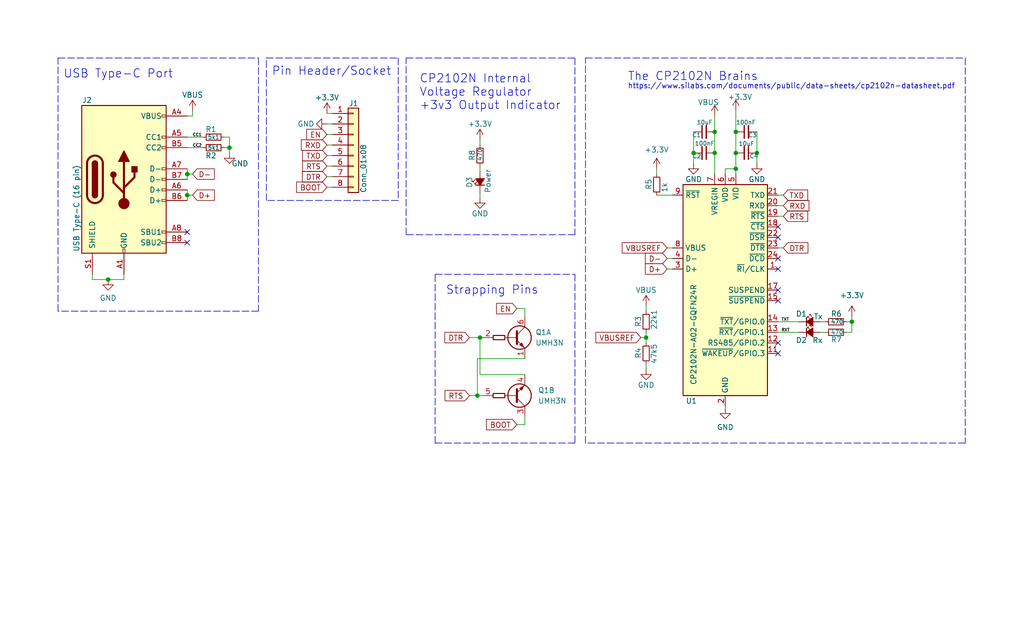
<source format=kicad_sch>
(kicad_sch (version 20211123) (generator eeschema)
  (paper "User" 246.583 152.4)
  (title_block (title "CP2102N Breakout Programmer") (date "2022-08-01") (rev "1") (company "The Fighting Ferret") (comment 1 "CP2102N-A02 based USB-to-UART bridge controller") (comment 2 "For use in programming ESP32 chips and modules"))
  (lib_symbols
    (symbol "Connector:USB_C_Receptacle_USB2.0" (pin_names (offset 1.016))
      (property "Reference" "J" (at -10.16 19.05 0))
      (property "Value" "USB_C_Receptacle_USB2.0" (at 19.05 19.05 0))
      (symbol "USB_C_Receptacle_USB2.0_0_0"
        (rectangle (start -0.254 -17.78) (end 0.254 -16.764))
        (rectangle (start 10.16 -14.986) (end 9.144 -15.494))
        (rectangle (start 10.16 -12.446) (end 9.144 -12.954))
        (rectangle (start 10.16 -4.826) (end 9.144 -5.334))
        (rectangle (start 10.16 -2.286) (end 9.144 -2.794))
        (rectangle (start 10.16 0.254) (end 9.144 -0.254))
        (rectangle (start 10.16 2.794) (end 9.144 2.286))
        (rectangle (start 10.16 7.874) (end 9.144 7.366))
        (rectangle (start 10.16 10.414) (end 9.144 9.906))
        (rectangle (start 10.16 15.494) (end 9.144 14.986))
      )
      (symbol "USB_C_Receptacle_USB2.0_0_1"
        (rectangle (start -10.16 17.78) (end 10.16 -17.78) (stroke (width 0.254)) (fill (type background)))
        (arc (start -8.89 -3.81) (mid -6.985 -5.715) (end -5.08 -3.81) (stroke (width 0.508)))
        (arc (start -7.62 -3.81) (mid -6.985 -4.445) (end -6.35 -3.81) (stroke (width 0.254)))
        (arc (start -7.62 -3.81) (mid -6.985 -4.445) (end -6.35 -3.81) (stroke (width 0.254)) (fill (type outline)))
        (rectangle (start -7.62 -3.81) (end -6.35 3.81) (stroke (width 0.254)) (fill (type outline)))
        (arc (start -6.35 3.81) (mid -6.985 4.445) (end -7.62 3.81) (stroke (width 0.254)))
        (arc (start -6.35 3.81) (mid -6.985 4.445) (end -7.62 3.81) (stroke (width 0.254)) (fill (type outline)))
        (arc (start -5.08 3.81) (mid -6.985 5.715) (end -8.89 3.81) (stroke (width 0.508)))
        (circle (center -2.54 1.143) (radius 0.635) (stroke (width 0.254)) (fill (type outline)))
        (circle (center 0 -5.842) (radius 1.27) (fill (type outline)))
        (polyline (pts (xy -8.89 -3.81) (xy -8.89 3.81)) (stroke (width 0.508)))
        (polyline (pts (xy -5.08 3.81) (xy -5.08 -3.81)) (stroke (width 0.508)))
        (polyline (pts (xy 0 -5.842) (xy 0 4.318)) (stroke (width 0.508)))
        (polyline (pts (xy 0 -3.302) (xy -2.54 -0.762) (xy -2.54 0.508)) (stroke (width 0.508)))
        (polyline (pts (xy 0 -2.032) (xy 2.54 0.508) (xy 2.54 1.778)) (stroke (width 0.508)))
        (polyline (pts (xy -1.27 4.318) (xy 0 6.858) (xy 1.27 4.318) (xy -1.27 4.318)) (stroke (width 0.254)) (fill (type outline)))
        (rectangle (start 1.905 1.778) (end 3.175 3.048) (stroke (width 0.254)) (fill (type outline)))
      )
      (symbol "USB_C_Receptacle_USB2.0_1_1"
        (pin passive line (at 0 -22.86 90) (length 5.08) (name "GND") (number "A1"))
        (pin passive line (at 0 -22.86 90) (length 5.08) hide (name "GND") (number "A12"))
        (pin passive line (at 15.24 15.24 180) (length 5.08) (name "VBUS") (number "A4"))
        (pin bidirectional line (at 15.24 10.16 180) (length 5.08) (name "CC1") (number "A5"))
        (pin bidirectional line (at 15.24 -2.54 180) (length 5.08) (name "D+") (number "A6"))
        (pin bidirectional line (at 15.24 2.54 180) (length 5.08) (name "D-") (number "A7"))
        (pin bidirectional line (at 15.24 -12.7 180) (length 5.08) (name "SBU1") (number "A8"))
        (pin passive line (at 15.24 15.24 180) (length 5.08) hide (name "VBUS") (number "A9"))
        (pin passive line (at 0 -22.86 90) (length 5.08) hide (name "GND") (number "B1"))
        (pin passive line (at 0 -22.86 90) (length 5.08) hide (name "GND") (number "B12"))
        (pin passive line (at 15.24 15.24 180) (length 5.08) hide (name "VBUS") (number "B4"))
        (pin bidirectional line (at 15.24 7.62 180) (length 5.08) (name "CC2") (number "B5"))
        (pin bidirectional line (at 15.24 -5.08 180) (length 5.08) (name "D+") (number "B6"))
        (pin bidirectional line (at 15.24 0 180) (length 5.08) (name "D-") (number "B7"))
        (pin bidirectional line (at 15.24 -15.24 180) (length 5.08) (name "SBU2") (number "B8"))
        (pin passive line (at 15.24 15.24 180) (length 5.08) hide (name "VBUS") (number "B9"))
        (pin passive line (at -7.62 -22.86 90) (length 5.08) (name "SHIELD") (number "S1"))
      )
    )
    (symbol "Connector_Generic:Conn_01x08" (pin_names (offset 1.016) hide)
      (property "Reference" "J" (at 0 10.16 0))
      (property "Value" "Conn_01x08" (at 0 -12.7 0))
      (symbol "Conn_01x08_1_1"
        (rectangle (start -1.27 -10.033) (end 0 -10.287) (stroke (width 0.1524)))
        (rectangle (start -1.27 -7.493) (end 0 -7.747) (stroke (width 0.1524)))
        (rectangle (start -1.27 -4.953) (end 0 -5.207) (stroke (width 0.1524)))
        (rectangle (start -1.27 -2.413) (end 0 -2.667) (stroke (width 0.1524)))
        (rectangle (start -1.27 0.127) (end 0 -0.127) (stroke (width 0.1524)))
        (rectangle (start -1.27 2.667) (end 0 2.413) (stroke (width 0.1524)))
        (rectangle (start -1.27 5.207) (end 0 4.953) (stroke (width 0.1524)))
        (rectangle (start -1.27 7.747) (end 0 7.493) (stroke (width 0.1524)))
        (rectangle (start -1.27 8.89) (end 1.27 -11.43) (stroke (width 0.254)) (fill (type background)))
        (pin passive line (at -5.08 7.62 0) (length 3.81) (name "Pin_1") (number "1"))
        (pin passive line (at -5.08 5.08 0) (length 3.81) (name "Pin_2") (number "2"))
        (pin passive line (at -5.08 2.54 0) (length 3.81) (name "Pin_3") (number "3"))
        (pin passive line (at -5.08 0 0) (length 3.81) (name "Pin_4") (number "4"))
        (pin passive line (at -5.08 -2.54 0) (length 3.81) (name "Pin_5") (number "5"))
        (pin passive line (at -5.08 -5.08 0) (length 3.81) (name "Pin_6") (number "6"))
        (pin passive line (at -5.08 -7.62 0) (length 3.81) (name "Pin_7") (number "7"))
        (pin passive line (at -5.08 -10.16 0) (length 3.81) (name "Pin_8") (number "8"))
      )
    )
    (symbol "Device:C_Small" (pin_numbers hide) (pin_names (offset 0.254) hide)
      (property "Reference" "C" (at 0.254 1.778 0))
      (property "Value" "C_Small" (at 0.254 -2.032 0))
      (symbol "C_Small_0_1"
        (polyline (pts (xy -1.524 -0.508) (xy 1.524 -0.508)) (stroke (width 0.3302)))
        (polyline (pts (xy -1.524 0.508) (xy 1.524 0.508)) (stroke (width 0.3048)))
      )
      (symbol "C_Small_1_1"
        (pin passive line (at 0 2.54 270) (length 2.032) (name "~") (number "1"))
        (pin passive line (at 0 -2.54 90) (length 2.032) (name "~") (number "2"))
      )
    )
    (symbol "Device:LED_Small_Filled" (pin_numbers hide) (pin_names (offset 0.254) hide)
      (property "Reference" "D" (at -1.27 3.175 0))
      (property "Value" "LED_Small_Filled" (at -4.445 -2.54 0))
      (symbol "LED_Small_Filled_0_1"
        (polyline (pts (xy -0.762 -1.016) (xy -0.762 1.016)) (stroke (width 0.254)))
        (polyline (pts (xy 1.016 0) (xy -0.762 0)))
        (polyline (pts (xy 0.762 -1.016) (xy -0.762 0) (xy 0.762 1.016) (xy 0.762 -1.016)) (stroke (width 0.254)) (fill (type outline)))
        (polyline (pts (xy 0 0.762) (xy -0.508 1.27) (xy -0.254 1.27) (xy -0.508 1.27) (xy -0.508 1.016)))
        (polyline (pts (xy 0.508 1.27) (xy 0 1.778) (xy 0.254 1.778) (xy 0 1.778) (xy 0 1.524)))
      )
      (symbol "LED_Small_Filled_1_1"
        (pin passive line (at -2.54 0 0) (length 1.778) (name "K") (number "1"))
        (pin passive line (at 2.54 0 180) (length 1.778) (name "A") (number "2"))
      )
    )
    (symbol "Device:R_Small" (pin_numbers hide) (pin_names (offset 0.254) hide)
      (property "Reference" "R" (at 0.762 0.508 0))
      (property "Value" "R_Small" (at 0.762 -1.016 0))
      (symbol "R_Small_0_1"
        (rectangle (start -0.762 1.778) (end 0.762 -1.778) (stroke (width 0.2032)))
      )
      (symbol "R_Small_1_1"
        (pin passive line (at 0 2.54 270) (length 0.762) (name "~") (number "1"))
        (pin passive line (at 0 -2.54 90) (length 0.762) (name "~") (number "2"))
      )
    )
    (symbol "Interface_USB:CP2102N-Axx-xQFN24"
      (property "Reference" "U" (at -8.89 26.67 0))
      (property "Value" "CP2102N-Axx-xQFN24" (at 13.97 26.67 0))
      (symbol "CP2102N-Axx-xQFN24_0_1"
        (rectangle (start -10.16 25.4) (end 10.16 -25.4) (stroke (width 0.254)) (fill (type background)))
      )
      (symbol "CP2102N-Axx-xQFN24_1_1"
        (pin bidirectional line (at 12.7 5.08 180) (length 2.54) (name "~{RI}/CLK") (number "1"))
        (pin no_connect line (at -10.16 -22.86 0) (length 2.54) hide (name "NC") (number "10"))
        (pin bidirectional line (at 12.7 -15.24 180) (length 2.54) (name "~{WAKEUP}/GPIO.3") (number "11"))
        (pin bidirectional line (at 12.7 -12.7 180) (length 2.54) (name "RS485/GPIO.2") (number "12"))
        (pin bidirectional line (at 12.7 -10.16 180) (length 2.54) (name "~{RXT}/GPIO.1") (number "13"))
        (pin bidirectional line (at 12.7 -7.62 180) (length 2.54) (name "~{TXT}/GPIO.0") (number "14"))
        (pin output line (at 12.7 -2.54 180) (length 2.54) (name "~{SUSPEND}") (number "15"))
        (pin no_connect line (at 10.16 -22.86 180) (length 2.54) hide (name "NC") (number "16"))
        (pin output line (at 12.7 0 180) (length 2.54) (name "SUSPEND") (number "17"))
        (pin input line (at 12.7 15.24 180) (length 2.54) (name "~{CTS}") (number "18"))
        (pin output line (at 12.7 17.78 180) (length 2.54) (name "~{RTS}") (number "19"))
        (pin power_in line (at 0 -27.94 90) (length 2.54) (name "GND") (number "2"))
        (pin input line (at 12.7 20.32 180) (length 2.54) (name "RXD") (number "20"))
        (pin output line (at 12.7 22.86 180) (length 2.54) (name "TXD") (number "21"))
        (pin input line (at 12.7 12.7 180) (length 2.54) (name "~{DSR}") (number "22"))
        (pin output line (at 12.7 10.16 180) (length 2.54) (name "~{DTR}") (number "23"))
        (pin input line (at 12.7 7.62 180) (length 2.54) (name "~{DCD}") (number "24"))
        (pin passive line (at 0 -27.94 90) (length 2.54) hide (name "GND") (number "25"))
        (pin bidirectional line (at -12.7 5.08 0) (length 2.54) (name "D+") (number "3"))
        (pin bidirectional line (at -12.7 7.62 0) (length 2.54) (name "D-") (number "4"))
        (pin power_in line (at 2.54 27.94 270) (length 2.54) (name "VIO") (number "5"))
        (pin power_in line (at 0 27.94 270) (length 2.54) (name "VDD") (number "6"))
        (pin power_in line (at -2.54 27.94 270) (length 2.54) (name "VREGIN") (number "7"))
        (pin input line (at -12.7 10.16 0) (length 2.54) (name "VBUS") (number "8"))
        (pin input line (at -12.7 22.86 0) (length 2.54) (name "~{RST}") (number "9"))
      )
    )
    (symbol "Transistor_BJT:UMH3N" (pin_names hide)
      (property "Reference" "Q" (at 7.62 1.27 0))
      (property "Value" "UMH3N" (at 7.62 -1.27 0))
      (symbol "UMH3N_0_1"
        (polyline (pts (xy 3.175 0) (xy 0.254 0)))
        (polyline (pts (xy 3.175 0.635) (xy 5.08 2.54)))
        (polyline (pts (xy 3.175 1.524) (xy 3.175 -1.524)) (stroke (width 0.508)))
        (polyline (pts (xy 3.175 -0.635) (xy 5.08 -2.54) (xy 5.08 -2.54)))
        (polyline (pts (xy 3.81 -1.778) (xy 4.318 -1.27) (xy 4.826 -2.286) (xy 3.81 -1.778) (xy 3.81 -1.778)) (fill (type outline)))
        (rectangle (start 0.254 0.508) (end -2.54 -0.508) (stroke (width 0.254)))
        (circle (center 3.81 0) (radius 2.8194) (stroke (width 0.254)))
      )
      (symbol "UMH3N_1_1"
        (pin passive line (at 5.08 -5.08 90) (length 2.54) (name "E1") (number "1"))
        (pin input line (at -5.08 0 0) (length 2.54) (name "B1") (number "2"))
        (pin passive line (at 5.08 5.08 270) (length 2.54) (name "C1") (number "6"))
      )
      (symbol "UMH3N_2_1"
        (pin passive line (at 5.08 5.08 270) (length 2.54) (name "C2") (number "3"))
        (pin passive line (at 5.08 -5.08 90) (length 2.54) (name "E2") (number "4"))
        (pin input line (at -5.08 0 0) (length 2.54) (name "B2") (number "5"))
      )
    )
    (symbol "power:+3.3V" (power) (pin_names (offset 0))
      (property "Value" "+3.3V" (at 0 3.556 0))
      (symbol "+3.3V_0_1"
        (polyline (pts (xy -0.762 1.27) (xy 0 2.54)))
        (polyline (pts (xy 0 0) (xy 0 2.54)))
        (polyline (pts (xy 0 2.54) (xy 0.762 1.27)))
      )
      (symbol "+3.3V_1_1"
        (pin power_in line (at 0 0 90) (length 0) hide (name "+3.3V") (number "1"))
      )
    )
    (symbol "power:GND" (power) (pin_names (offset 0))
      (property "Value" "GND" (at 0 -3.81 0))
      (symbol "GND_0_1"
        (polyline (pts (xy 0 0) (xy 0 -1.27) (xy 1.27 -1.27) (xy 0 -2.54) (xy -1.27 -1.27) (xy 0 -1.27)))
      )
      (symbol "GND_1_1"
        (pin power_in line (at 0 0 270) (length 0) hide (name "GND") (number "1"))
      )
    )
    (symbol "power:VBUS" (power) (pin_names (offset 0))
      (property "Value" "VBUS" (at 0 3.81 0))
      (symbol "VBUS_0_1"
        (polyline (pts (xy -0.762 1.27) (xy 0 2.54)))
        (polyline (pts (xy 0 0) (xy 0 2.54)))
        (polyline (pts (xy 0 2.54) (xy 0.762 1.27)))
      )
      (symbol "VBUS_1_1"
        (pin power_in line (at 0 0 90) (length 0) hide (name "VBUS") (number "1"))
      )
    )
  )
  (junction (at 177.165 31.75))
  (junction (at 26.035 67.31))
  (junction (at 177.165 40.64))
  (junction (at 45.085 46.99))
  (junction (at 55.245 35.56))
  (junction (at 172.085 36.83))
  (junction (at 45.085 41.91))
  (junction (at 182.245 36.83))
  (junction (at 167.005 36.83))
  (junction (at 155.575 81.28))
  (junction (at 177.165 36.83))
  (junction (at 205.105 77.47))
  (junction (at 114.935 95.25))
  (junction (at 115.57 81.28))
  (junction (at 172.085 31.75))
  (no_connect (at 187.325 72.39))
  (no_connect (at 187.325 69.85))
  (no_connect (at 187.325 64.77))
  (no_connect (at 187.325 57.15))
  (no_connect (at 187.325 82.55))
  (no_connect (at 187.325 85.09))
  (no_connect (at 187.325 62.23))
  (no_connect (at 187.325 54.61))
  (no_connect (at 45.085 58.42))
  (no_connect (at 45.085 55.88))
  (wire (pts (xy 160.655 59.69) (xy 161.925 59.69)))
  (wire (pts (xy 29.845 66.04) (xy 29.845 67.31)))
  (wire (pts (xy 115.57 40.005) (xy 115.57 41.275)))
  (wire (pts (xy 205.105 80.01) (xy 205.105 77.47)))
  (polyline (pts (xy 138.43 106.68) (xy 104.775 106.68)))
  (wire (pts (xy 126.365 102.235) (xy 126.365 100.33)))
  (wire (pts (xy 203.835 77.47) (xy 205.105 77.47)))
  (polyline (pts (xy 232.41 106.68) (xy 140.97 106.68)))
  (wire (pts (xy 46.355 27.94) (xy 46.355 26.67)))
  (polyline (pts (xy 140.97 13.97) (xy 232.41 13.97)))
  (wire (pts (xy 197.485 80.01) (xy 198.755 80.01)))
  (wire (pts (xy 167.005 36.83) (xy 167.005 39.37)))
  (wire (pts (xy 78.74 37.465) (xy 80.01 37.465)))
  (wire (pts (xy 177.165 40.64) (xy 177.165 41.91)))
  (wire (pts (xy 113.03 95.25) (xy 114.935 95.25)))
  (wire (pts (xy 113.03 81.28) (xy 115.57 81.28)))
  (wire (pts (xy 172.085 31.75) (xy 172.085 36.83)))
  (polyline (pts (xy 62.23 74.93) (xy 13.97 74.93)))
  (wire (pts (xy 45.085 27.94) (xy 46.355 27.94)))
  (wire (pts (xy 205.105 77.47) (xy 205.105 76.2)))
  (wire (pts (xy 78.74 40.005) (xy 80.01 40.005)))
  (wire (pts (xy 126.365 90.17) (xy 115.57 90.17)))
  (wire (pts (xy 182.245 36.83) (xy 182.245 39.37)))
  (wire (pts (xy 203.835 80.01) (xy 205.105 80.01)))
  (polyline (pts (xy 138.43 66.04) (xy 138.43 106.68)))
  (wire (pts (xy 182.245 31.75) (xy 182.245 36.83)))
  (wire (pts (xy 167.005 31.75) (xy 167.005 36.83)))
  (wire (pts (xy 177.165 36.83) (xy 177.165 40.64)))
  (wire (pts (xy 155.575 87.63) (xy 155.575 88.9)))
  (polyline (pts (xy 140.97 106.68) (xy 140.97 13.97)))
  (wire (pts (xy 154.305 81.28) (xy 155.575 81.28)))
  (wire (pts (xy 45.085 41.91) (xy 45.085 43.18)))
  (wire (pts (xy 174.625 40.64) (xy 177.165 40.64)))
  (wire (pts (xy 53.975 35.56) (xy 55.245 35.56)))
  (wire (pts (xy 155.575 81.28) (xy 155.575 82.55)))
  (wire (pts (xy 126.365 74.295) (xy 124.46 74.295)))
  (polyline (pts (xy 95.885 48.26) (xy 64.135 48.26)))
  (wire (pts (xy 115.57 90.17) (xy 115.57 81.28)))
  (wire (pts (xy 114.935 95.25) (xy 116.205 95.25)))
  (wire (pts (xy 187.325 46.99) (xy 188.595 46.99)))
  (polyline (pts (xy 138.43 13.97) (xy 138.43 56.515)))
  (polyline (pts (xy 97.79 13.97) (xy 138.43 13.97)))
  (wire (pts (xy 22.225 67.31) (xy 26.035 67.31)))
  (polyline (pts (xy 62.23 13.97) (xy 62.23 74.93)))
  (wire (pts (xy 197.485 77.47) (xy 198.755 77.47)))
  (polyline (pts (xy 64.135 48.26) (xy 64.135 13.97)))
  (polyline (pts (xy 104.775 106.68) (xy 104.775 66.04)))
  (wire (pts (xy 45.085 45.72) (xy 45.085 46.99)))
  (polyline (pts (xy 138.43 56.515) (xy 97.79 56.515)))
  (wire (pts (xy 78.74 27.305) (xy 80.01 27.305)))
  (polyline (pts (xy 104.775 66.04) (xy 114.935 66.04)))
  (wire (pts (xy 115.57 33.655) (xy 115.57 34.925)))
  (polyline (pts (xy 114.935 66.04) (xy 138.43 66.04)))
  (wire (pts (xy 187.325 77.47) (xy 192.405 77.47)))
  (wire (pts (xy 45.085 33.02) (xy 48.895 33.02)))
  (wire (pts (xy 45.085 46.99) (xy 45.085 48.26)))
  (wire (pts (xy 158.115 40.64) (xy 158.115 41.91)))
  (wire (pts (xy 126.365 76.2) (xy 126.365 74.295)))
  (wire (pts (xy 177.165 26.67) (xy 177.165 31.75)))
  (polyline (pts (xy 95.885 13.97) (xy 95.885 48.26)))
  (wire (pts (xy 177.165 31.75) (xy 177.165 36.83)))
  (wire (pts (xy 124.46 102.235) (xy 126.365 102.235)))
  (polyline (pts (xy 97.79 56.515) (xy 97.79 13.97)))
  (polyline (pts (xy 13.97 74.93) (xy 13.97 13.97)))
  (wire (pts (xy 78.74 32.385) (xy 80.01 32.385)))
  (polyline (pts (xy 232.41 13.97) (xy 232.41 106.68)))
  (wire (pts (xy 45.085 41.91) (xy 46.355 41.91)))
  (wire (pts (xy 78.74 34.925) (xy 80.01 34.925)))
  (wire (pts (xy 160.655 62.23) (xy 161.925 62.23)))
  (wire (pts (xy 45.085 35.56) (xy 48.895 35.56)))
  (wire (pts (xy 155.575 80.01) (xy 155.575 81.28)))
  (wire (pts (xy 55.245 35.56) (xy 55.245 36.83)))
  (polyline (pts (xy 64.135 13.97) (xy 95.885 13.97)))
  (wire (pts (xy 160.655 64.77) (xy 161.925 64.77)))
  (wire (pts (xy 187.325 80.01) (xy 192.405 80.01)))
  (wire (pts (xy 22.225 66.04) (xy 22.225 67.31)))
  (wire (pts (xy 78.74 29.845) (xy 80.01 29.845)))
  (wire (pts (xy 78.74 42.545) (xy 80.01 42.545)))
  (polyline (pts (xy 13.97 13.97) (xy 62.23 13.97)))
  (wire (pts (xy 78.74 45.085) (xy 80.01 45.085)))
  (wire (pts (xy 126.365 86.36) (xy 114.935 86.36)))
  (wire (pts (xy 155.575 73.66) (xy 155.575 74.93)))
  (wire (pts (xy 45.085 40.64) (xy 45.085 41.91)))
  (wire (pts (xy 115.57 46.355) (xy 115.57 47.625)))
  (wire (pts (xy 158.115 46.99) (xy 161.925 46.99)))
  (wire (pts (xy 174.625 97.79) (xy 174.625 98.298)))
  (wire (pts (xy 53.975 33.02) (xy 55.245 33.02)))
  (wire (pts (xy 174.625 41.91) (xy 174.625 40.64)))
  (wire (pts (xy 172.085 36.83) (xy 172.085 41.91)))
  (wire (pts (xy 187.325 49.53) (xy 188.595 49.53)))
  (wire (pts (xy 172.085 27.94) (xy 172.085 31.75)))
  (wire (pts (xy 115.57 81.28) (xy 116.205 81.28)))
  (wire (pts (xy 187.325 52.07) (xy 188.595 52.07)))
  (wire (pts (xy 55.245 33.02) (xy 55.245 35.56)))
  (wire (pts (xy 29.845 67.31) (xy 26.035 67.31)))
  (wire (pts (xy 45.085 46.99) (xy 46.355 46.99)))
  (wire (pts (xy 187.325 59.69) (xy 188.595 59.69)))
  (wire (pts (xy 114.935 86.36) (xy 114.935 95.25)))
  (text "USB Type-C Port" (at 15.24 19.05 0) (effects (font (size 2 2)) (justify left bottom)))
  (text "https://www.silabs.com/documents/public/data-sheets/cp2102n-datasheet.pdf" (at 151.13 21.59 0) (effects (font (size 1.27 1.27)) (justify left bottom)))
  (text "Pin Header/Socket" (at 65.405 18.415 0) (effects (font (size 2 2)) (justify left bottom)))
  (text "CP2102N Internal\nVoltage Regulator\n+3v3 Output Indicator" (at 100.965 26.67 0) (effects (font (size 2 2)) (justify left bottom)))
  (text "Strapping Pins" (at 107.315 71.12 0) (effects (font (size 2 2)) (justify left bottom)))
  (text "The CP2102N Brains" (at 151.13 19.685 0) (effects (font (size 2 2)) (justify left bottom)))
  (label "TXT" (at 188.087 77.47 0) (effects (font (size 0.7 0.7))))
  (label "CC2" (at 46.3549 35.56 0) (effects (font (size 0.7 0.7))))
  (label "CC1" (at 46.355 33.02 0) (effects (font (size 0.7 0.7))))
  (label "RXT" (at 188.087 80.01 0) (effects (font (size 0.7 0.7))))
  (global_label "RTS" (shape input) (at 113.03 95.25 180) (property "Intersheet References" "${INTERSHEET_REFS}" (effects hide)))
  (global_label "RXD" (shape input) (at 188.595 49.53 0) (property "Intersheet References" "${INTERSHEET_REFS}" (effects hide)))
  (global_label "EN" (shape input) (at 78.74 32.385 180) (property "Intersheet References" "${INTERSHEET_REFS}" (effects hide)))
  (global_label "D+" (shape input) (at 160.655 64.77 180) (property "Intersheet References" "${INTERSHEET_REFS}" (effects hide)))
  (global_label "RTS" (shape input) (at 188.595 52.07 0) (property "Intersheet References" "${INTERSHEET_REFS}" (effects hide)))
  (global_label "TXD" (shape input) (at 188.595 46.99 0) (property "Intersheet References" "${INTERSHEET_REFS}" (effects hide)))
  (global_label "VBUSREF" (shape input) (at 154.305 81.28 180) (property "Intersheet References" "${INTERSHEET_REFS}" (effects hide)))
  (global_label "D-" (shape input) (at 46.355 41.91 0) (property "Intersheet References" "${INTERSHEET_REFS}" (effects hide)))
  (global_label "DTR" (shape input) (at 78.74 42.545 180) (property "Intersheet References" "${INTERSHEET_REFS}" (effects hide)))
  (global_label "BOOT" (shape input) (at 78.74 45.085 180) (property "Intersheet References" "${INTERSHEET_REFS}" (effects hide)))
  (global_label "VBUSREF" (shape input) (at 160.655 59.69 180) (property "Intersheet References" "${INTERSHEET_REFS}" (effects hide)))
  (global_label "RTS" (shape input) (at 78.74 40.005 180) (property "Intersheet References" "${INTERSHEET_REFS}" (effects hide)))
  (global_label "RXD" (shape input) (at 78.74 34.925 180) (property "Intersheet References" "${INTERSHEET_REFS}" (effects hide)))
  (global_label "DTR" (shape input) (at 113.03 81.28 180) (property "Intersheet References" "${INTERSHEET_REFS}" (effects hide)))
  (global_label "EN" (shape input) (at 124.46 74.295 180) (property "Intersheet References" "${INTERSHEET_REFS}" (effects hide)))
  (global_label "TXD" (shape input) (at 78.74 37.465 180) (property "Intersheet References" "${INTERSHEET_REFS}" (effects hide)))
  (global_label "D+" (shape input) (at 46.355 46.99 0) (property "Intersheet References" "${INTERSHEET_REFS}" (effects hide)))
  (global_label "BOOT" (shape input) (at 124.46 102.235 180) (property "Intersheet References" "${INTERSHEET_REFS}" (effects hide)))
  (global_label "D-" (shape input) (at 160.655 62.23 180) (property "Intersheet References" "${INTERSHEET_REFS}" (effects hide)))
  (global_label "DTR" (shape input) (at 188.595 59.69 0) (property "Intersheet References" "${INTERSHEET_REFS}" (effects hide)))
  (symbol (lib_id "Device:R_Small") (at 201.295 80.01 270) (unit 1)
    (property "Reference" "R7" (at 200.025 81.788 90) (effects (justify left)))
    (property "Value" "470" (at 200.025 80.01 90) (effects (font (size 1 1)) (justify left)))
    (property "Footprint" "Resistor_SMD:R_0603_1608Metric_Pad0.98x0.95mm_HandSolder" (effects hide))
    (property "Datasheet" "https://datasheet.lcsc.com/lcsc/2205311845_UNI-ROYAL-Uniroyal-Elec-0603WAJ0471T5E_C25241.pdf" (effects hide))
    (property "Manufacturer" "UNI-ROYAL(Uniroyal Elec)" (effects hide))
    (property "Mfr Prt#" "0603WAJ0471T5E" (effects hide))
    (property "LCSC Prt#" "C25241" (effects hide))
  )
  (symbol (lib_id "power:+3.3V") (at 177.165 26.67 0) (unit 1)
    (property "Reference" "#PWR010" (effects hide))
    (property "Value" "+3.3V" (at 178.181 23.368 0))
  )
  (symbol (lib_id "Connector:USB_C_Receptacle_USB2.0") (at 29.845 43.18 0) (unit 1)
    (property "Reference" "J2" (at 20.955 24.13 0))
    (property "Value" "USB Type-C (16 pin)" (at 18.415 50.165 90))
    (property "Footprint" "Connector_USB:USB_C_Receptacle_XKB_U262-16XN-4BVC11" (effects hide))
    (property "Datasheet" "https://datasheet.lcsc.com/lcsc/2110151630_XKB-Connectivity-U262-161N-4BVC11_C319148.pdf" (effects hide))
    (property "Manufacturer" "XKB Connectivity" (effects hide))
    (property "Mfr Prt#" "U262-161N-4BVC11" (effects hide))
    (property "LCSC Prt#" "C319148" (effects hide))
  )
  (symbol (lib_id "power:GND") (at 78.74 29.845 270) (unit 1)
    (property "Reference" "#PWR0102" (effects hide))
    (property "Value" "GND" (at 73.66 29.845 90))
  )
  (symbol (lib_id "power:GND") (at 55.245 36.83 0) (unit 1)
    (property "Reference" "#PWR03" (effects hide))
    (property "Value" "GND" (at 57.785 39.37 0))
  )
  (symbol (lib_id "Device:LED_Small_Filled") (at 194.945 80.01 0) (unit 1)
    (property "Reference" "D2" (at 194.31 81.915 0) (effects (justify right)))
    (property "Value" "Rx" (at 198.12 81.915 0) (effects (justify right)))
    (property "Footprint" "LED_SMD:LED_0805_2012Metric_Pad1.15x1.40mm_HandSolder" (effects hide))
    (property "Datasheet" "https://datasheet.lcsc.com/lcsc/2008201032_Foshan-NationStar-Optoelectronics-NCD0805W2_C84258.pdf" (effects hide))
    (property "Manufacturer" "Foshan NationStar Optoelectronics" (effects hide))
    (property "Mfr Prt#" "NCD0805W2" (effects hide))
    (property "LCSC Prt#" "C84258" (effects hide))
  )
  (symbol (lib_id "power:VBUS") (at 46.355 26.67 0) (unit 1)
    (property "Reference" "#PWR02" (effects hide))
    (property "Value" "VBUS" (at 46.355 22.86 0))
  )
  (symbol (lib_id "Device:C_Small") (at 179.705 31.75 90) (unit 1)
    (property "Reference" "C3" (at 182.245 32.512 90) (effects (font (size 1 1)) (justify left)))
    (property "Value" "100nF" (at 181.991 29.464 90) (effects (font (size 1 1)) (justify left)))
    (property "Footprint" "Capacitor_SMD:C_0603_1608Metric_Pad1.08x0.95mm_HandSolder" (effects hide))
    (property "Datasheet" "https://datasheet.lcsc.com/lcsc/1811081212_FH-Guangdong-Fenghua-Advanced-Tech-0603B104K500NT_C30926.pdf" (effects hide))
    (property "Manufacturer" "FH(Guangdong Fenghua Advanced Tech)" (effects hide))
    (property "Mfr Prt#" "0603B104K500NT" (effects hide))
    (property "LCSC Prt#" "C30926" (effects hide))
  )
  (symbol (lib_id "Interface_USB:CP2102N-Axx-xQFN24") (at 174.625 69.85 0) (unit 1)
    (property "Reference" "U1" (at 165.1 96.52 0) (effects (justify left)))
    (property "Value" "CP2102N-A02-GQFN24R" (at 167.005 92.71 90) (effects (justify left)))
    (property "Footprint" "Package_DFN_QFN:QFN-24-1EP_4x4mm_P0.5mm_EP2.6x2.6mm" (effects hide))
    (property "Datasheet" "https://www.silabs.com/documents/public/data-sheets/cp2102n-datasheet.pdf" (effects hide))
    (property "Manufacturer" "SILICON LABS" (effects hide))
    (property "Mfr Prt#" "CP2102N-A02-GQFN24R" (effects hide))
    (property "LCSC Prt#" "C969151" (effects hide))
  )
  (symbol (lib_id "Device:C_Small") (at 179.705 36.83 270) (unit 1)
    (property "Reference" "C4" (at 180.467 37.592 90) (effects (font (size 1 1)) (justify left)))
    (property "Value" "10uF" (at 177.8155 34.6064 90) (effects (font (size 1 1)) (justify left)))
    (property "Footprint" "Capacitor_SMD:C_0603_1608Metric_Pad1.08x0.95mm_HandSolder" (effects hide))
    (property "Datasheet" "https://datasheet.lcsc.com/lcsc/1811141116_Samsung-Electro-Mechanics-CL10A106MQ8NNNC_C1691.pdf" (effects hide))
    (property "Manufacturer" "Samsung Electro-Mechanics" (effects hide))
    (property "Mfr Prt#" "CL10A106MQ8NNNC" (effects hide))
    (property "LCSC Prt#" "C1691" (effects hide))
  )
  (symbol (lib_id "Device:R_Small") (at 115.57 37.465 0) (unit 1)
    (property "Reference" "R8" (at 113.665 38.735 90) (effects (justify left)))
    (property "Value" "470" (at 115.57 38.735 90) (effects (font (size 1 1)) (justify left)))
    (property "Footprint" "Resistor_SMD:R_0603_1608Metric_Pad0.98x0.95mm_HandSolder" (effects hide))
    (property "Datasheet" "https://datasheet.lcsc.com/lcsc/2205311845_UNI-ROYAL-Uniroyal-Elec-0603WAJ0471T5E_C25241.pdf" (effects hide))
    (property "Manufacturer" "UNI-ROYAL(Uniroyal Elec)" (effects hide))
    (property "Mfr Prt#" "0603WAJ0471T5E" (effects hide))
    (property "LCSC Prt#" "C25241" (effects hide))
  )
  (symbol (lib_id "Device:R_Small") (at 155.575 85.09 0) (unit 1)
    (property "Reference" "R4" (at 153.67 86.36 90) (effects (justify left)))
    (property "Value" "47k5" (at 157.48 87.63 90) (effects (justify left)))
    (property "Footprint" "Resistor_SMD:R_0603_1608Metric_Pad0.98x0.95mm_HandSolder" (effects hide))
    (property "Datasheet" "https://datasheet.lcsc.com/lcsc/2201121630_FOJAN-FRC0603F4752TS_C2933225.pdf" (effects hide))
    (property "Manufacturer" "FOJAN" (effects hide))
    (property "Mfr Prt#" "FRC0603F4752TS" (effects hide))
    (property "LCSC Prt#" "C2933225" (effects hide))
  )
  (symbol (lib_id "Device:R_Small") (at 51.435 33.02 90) (unit 1)
    (property "Reference" "R1" (at 50.8 31.115 90))
    (property "Value" "5k1" (at 51.435 33.02 90) (effects (font (size 1 1))))
    (property "Footprint" "Resistor_SMD:R_0603_1608Metric_Pad0.98x0.95mm_HandSolder" (effects hide))
    (property "Datasheet" "https://datasheet.lcsc.com/lcsc/2206010045_UNI-ROYAL-Uniroyal-Elec-0603WAJ0512T5E_C26000.pdf" (effects hide))
    (property "Manufacturer" "UNI-ROYAL(Uniroyal Elec)" (effects hide))
    (property "Mfr Prt#" "0603WAJ0512T5E" (effects hide))
    (property "LCSC Prt#" "C26000" (effects hide))
  )
  (symbol (lib_id "Device:C_Small") (at 169.545 36.83 270) (unit 1)
    (property "Reference" "C2" (at 166.751 37.592 90) (effects (font (size 1 1)) (justify left)))
    (property "Value" "100nF" (at 167.259 34.544 90) (effects (font (size 1 1)) (justify left)))
    (property "Footprint" "Capacitor_SMD:C_0603_1608Metric_Pad1.08x0.95mm_HandSolder" (effects hide))
    (property "Datasheet" "https://datasheet.lcsc.com/lcsc/1811081212_FH-Guangdong-Fenghua-Advanced-Tech-0603B104K500NT_C30926.pdf" (effects hide))
    (property "Manufacturer" "FH(Guangdong Fenghua Advanced Tech)" (effects hide))
    (property "Mfr Prt#" "0603B104K500NT" (effects hide))
    (property "LCSC Prt#" "C30926" (effects hide))
  )
  (symbol (lib_id "power:GND") (at 182.245 39.37 0) (unit 1)
    (property "Reference" "#PWR011" (effects hide))
    (property "Value" "GND" (at 182.245 43.18 0))
  )
  (symbol (lib_id "power:+3.3V") (at 78.74 27.305 0) (unit 1)
    (property "Reference" "#PWR0101" (effects hide))
    (property "Value" "+3.3V" (at 78.74 23.495 0))
  )
  (symbol (lib_id "power:GND") (at 155.575 88.9 0) (unit 1)
    (property "Reference" "#PWR05" (effects hide))
    (property "Value" "GND" (at 155.575 92.71 0))
  )
  (symbol (lib_id "Device:R_Small") (at 155.575 77.47 0) (unit 1)
    (property "Reference" "R3" (at 153.67 78.74 90) (effects (justify left)))
    (property "Value" "22k1" (at 157.48 79.375 90) (effects (justify left)))
    (property "Footprint" "Resistor_SMD:R_0603_1608Metric_Pad0.98x0.95mm_HandSolder" (effects hide))
    (property "Datasheet" "https://datasheet.lcsc.com/lcsc/1811071314_FH-Guangdong-Fenghua-Advanced-Tech-RS-03K2212FT_C310274.pdf" (effects hide))
    (property "Manufacture" "FH(Guangdong Fenghua Advanced Tech)" (effects hide))
    (property "Mfr Prt#" "RS-03K2212FT" (effects hide))
    (property "LCSC Prt#" "C310274" (effects hide))
  )
  (symbol (lib_id "power:+3.3V") (at 115.57 33.655 0) (unit 1)
    (property "Reference" "#PWR013" (effects hide))
    (property "Value" "+3.3V" (at 115.57 29.845 0))
  )
  (symbol (lib_id "power:+3.3V") (at 158.115 40.64 0) (unit 1)
    (property "Reference" "#PWR06" (effects hide))
    (property "Value" "+3.3V" (at 158.115 36.068 0))
  )
  (symbol (lib_id "power:VBUS") (at 155.575 73.66 0) (unit 1)
    (property "Reference" "#PWR04" (effects hide))
    (property "Value" "VBUS" (at 155.575 69.85 0))
  )
  (symbol (lib_id "power:GND") (at 26.035 67.31 0) (unit 1)
    (property "Reference" "#PWR01" (effects hide))
    (property "Value" "GND" (at 26.035 71.755 0))
  )
  (symbol (lib_id "Device:R_Small") (at 158.115 44.45 0) (unit 1)
    (property "Reference" "R5" (at 156.21 45.72 90) (effects (justify left)))
    (property "Value" "1k" (at 160.02 46.355 90) (effects (justify left)))
    (property "Footprint" "Resistor_SMD:R_0603_1608Metric_Pad0.98x0.95mm_HandSolder" (effects hide))
    (property "Datasheet" "https://datasheet.lcsc.com/lcsc/2206010130_UNI-ROYAL-Uniroyal-Elec-0603WAF1001T5E_C21190.pdf" (effects hide))
    (property "Manufacture" "UNI-ROYAL(Uniroyal Elec)" (effects hide))
    (property "Mfr Prt#" "0603WAF1001T5E" (effects hide))
    (property "LCSC Prt#" "C21190" (effects hide))
  )
  (symbol (lib_id "Device:LED_Small_Filled") (at 115.57 43.815 90) (unit 1)
    (property "Reference" "D3" (at 113.03 42.545 0) (effects (justify right)))
    (property "Value" "Power" (at 117.475 40.64 0) (effects (justify right)))
    (property "Footprint" "LED_SMD:LED_0805_2012Metric_Pad1.15x1.40mm_HandSolder" (effects hide))
    (property "Datasheet" "https://datasheet.lcsc.com/lcsc/2008201032_Foshan-NationStar-Optoelectronics-NCD0805R1_C84256.pdf" (effects hide))
    (property "Manufacturer" "Foshan NationStar Optoelectronics" (effects hide))
    (property "Mfr Prt#" "NCD0805R1" (effects hide))
    (property "LCSC Prt#" "C84256" (effects hide))
  )
  (symbol (lib_id "Connector_Generic:Conn_01x08") (at 85.09 34.925 0) (unit 1)
    (property "Reference" "J1" (at 83.947 24.892 0) (effects (justify left)))
    (property "Value" "Conn_01x08" (at 87.503 46.482 90) (effects (justify left)))
    (property "Footprint" "Connector_PinHeader_2.54mm:PinHeader_1x08_P2.54mm_Vertical" (effects hide))
  )
  (symbol (lib_id "power:GND") (at 115.57 47.625 0) (unit 1)
    (property "Reference" "#PWR014" (effects hide))
    (property "Value" "GND" (at 115.57 51.435 0))
  )
  (symbol (lib_id "Device:R_Small") (at 201.295 77.47 270) (unit 1)
    (property "Reference" "R6" (at 200.025 75.565 90) (effects (justify left)))
    (property "Value" "470" (at 200.025 77.47 90) (effects (font (size 1 1)) (justify left)))
    (property "Footprint" "Resistor_SMD:R_0603_1608Metric_Pad0.98x0.95mm_HandSolder" (effects hide))
    (property "Datasheet" "https://datasheet.lcsc.com/lcsc/2205311845_UNI-ROYAL-Uniroyal-Elec-0603WAJ0471T5E_C25241.pdf" (effects hide))
    (property "Manufacturer" "UNI-ROYAL(Uniroyal Elec)" (effects hide))
    (property "Mfr Prt#" "0603WAJ0471T5E" (effects hide))
    (property "LCSC Prt#" "C25241" (effects hide))
  )
  (symbol (lib_id "power:GND") (at 167.005 39.37 0) (unit 1)
    (property "Reference" "#PWR07" (effects hide))
    (property "Value" "GND" (at 167.005 43.18 0))
  )
  (symbol (lib_id "Transistor_BJT:UMH3N") (at 121.285 95.25 0) (mirror x) (unit 2)
    (property "Reference" "Q1" (at 129.54 93.9799 0) (effects (justify left)))
    (property "Value" "UMH3N" (at 129.54 96.5199 0) (effects (justify left)))
    (property "Footprint" "Package_TO_SOT_SMD:SOT-363_SC-70-6" (effects hide))
    (property "Datasheet" "http://rohmfs.rohm.com/en/products/databook/datasheet/discrete/transistor/digital/emh3t2r-e.pdf" (effects hide))
    (property "Manufacturer" "ROHM Semicon" (effects hide))
    (property "Mfr Prt#" "UMH3NTN" (effects hide))
    (property "LCSC Prt#" "C123008" (effects hide))
  )
  (symbol (lib_id "Device:R_Small") (at 51.435 35.56 90) (unit 1)
    (property "Reference" "R2" (at 50.8 37.465 90))
    (property "Value" "5k1" (at 51.435 35.56 90) (effects (font (size 1 1))))
    (property "Footprint" "Resistor_SMD:R_0603_1608Metric_Pad0.98x0.95mm_HandSolder" (effects hide))
    (property "Datasheet" "https://datasheet.lcsc.com/lcsc/2206010045_UNI-ROYAL-Uniroyal-Elec-0603WAJ0512T5E_C26000.pdf" (effects hide))
    (property "Manufacturer" "UNI-ROYAL(Uniroyal Elec)" (effects hide))
    (property "Mfr Prt#" "0603WAJ0512T5E" (effects hide))
    (property "LCSC Prt#" "C26000" (effects hide))
  )
  (symbol (lib_id "power:GND") (at 174.625 98.298 0) (unit 1)
    (property "Reference" "#PWR09" (effects hide))
    (property "Value" "GND" (at 174.625 102.87 0))
  )
  (symbol (lib_id "power:+3.3V") (at 205.105 76.2 0) (unit 1)
    (property "Reference" "#PWR012" (effects hide))
    (property "Value" "+3.3V" (at 205.105 71.12 0))
  )
  (symbol (lib_id "Device:C_Small") (at 169.545 31.75 90) (unit 1)
    (property "Reference" "C1" (at 168.783 32.512 90) (effects (font (size 1 1)) (justify left)))
    (property "Value" "10uF" (at 171.577 29.464 90) (effects (font (size 1 1)) (justify left)))
    (property "Footprint" "Capacitor_SMD:C_0603_1608Metric_Pad1.08x0.95mm_HandSolder" (effects hide))
    (property "Datasheet" "https://datasheet.lcsc.com/lcsc/1811141116_Samsung-Electro-Mechanics-CL10A106MQ8NNNC_C1691.pdf" (effects hide))
    (property "Manufacturer" "Samsung Electro-Mechanics" (effects hide))
    (property "Mfr Prt#" "CL10A106MQ8NNNC" (effects hide))
    (property "LCSC Prt#" "C1691" (effects hide))
  )
  (symbol (lib_id "Transistor_BJT:UMH3N") (at 121.285 81.28 0) (unit 1)
    (property "Reference" "Q1" (at 128.905 80.0099 0) (effects (justify left)))
    (property "Value" "UMH3N" (at 128.905 82.5499 0) (effects (justify left)))
    (property "Footprint" "Package_TO_SOT_SMD:SOT-363_SC-70-6" (effects hide))
    (property "Datasheet" "http://rohmfs.rohm.com/en/products/databook/datasheet/discrete/transistor/digital/emh3t2r-e.pdf" (effects hide))
    (property "Manufacturer" "ROHM Semicon" (effects hide))
    (property "Mfr Prt#" "UMH3NTN" (effects hide))
    (property "LCSC Prt#" "C123008" (effects hide))
  )
  (symbol (lib_id "power:VBUS") (at 172.085 27.94 0) (unit 1)
    (property "Reference" "#PWR08" (effects hide))
    (property "Value" "VBUS" (at 170.561 24.638 0))
  )
  (symbol (lib_id "Device:LED_Small_Filled") (at 194.945 77.47 0) (unit 1)
    (property "Reference" "D1" (at 194.31 75.565 0) (effects (justify right)))
    (property "Value" "Tx" (at 198.12 76.2 0) (effects (justify right)))
    (property "Footprint" "LED_SMD:LED_0805_2012Metric_Pad1.15x1.40mm_HandSolder" (effects hide))
    (property "Datasheet" "https://datasheet.lcsc.com/lcsc/2008201032_Foshan-NationStar-Optoelectronics-NCD0805W2_C84258.pdf" (effects hide))
    (property "Manufacturer" "Foshan NationStar Optoelectronics" (effects hide))
    (property "Mfr Prt#" "NCD0805W2" (effects hide))
    (property "LCSC Prt#" "C84258" (effects hide))
  )
)
</source>
